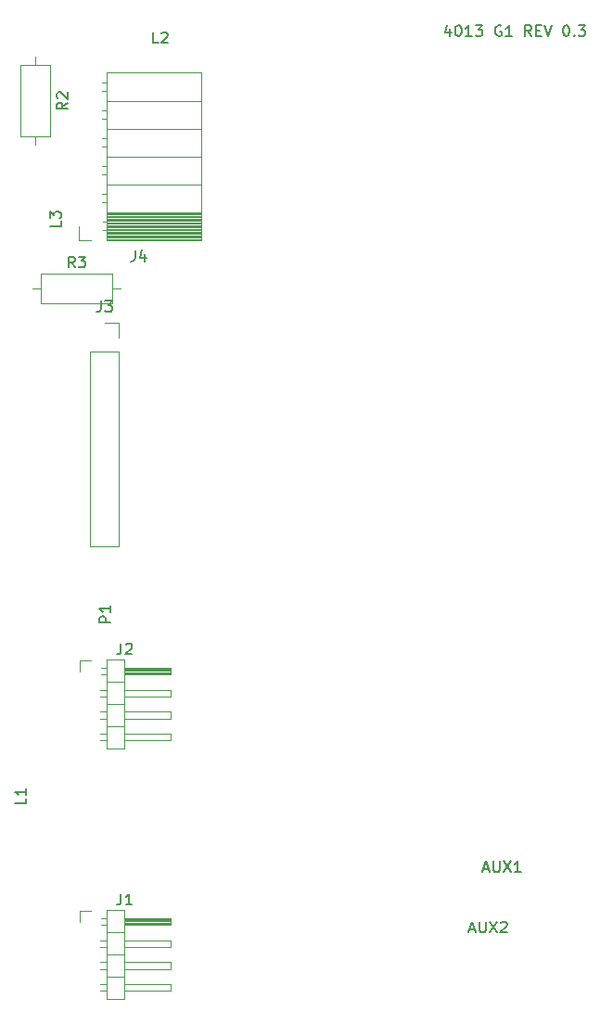
<source format=gbr>
%TF.GenerationSoftware,KiCad,Pcbnew,(5.1.10)-1*%
%TF.CreationDate,2021-11-04T12:05:46-05:00*%
%TF.ProjectId,SR Design1,53522044-6573-4696-976e-312e6b696361,rev?*%
%TF.SameCoordinates,Original*%
%TF.FileFunction,Legend,Top*%
%TF.FilePolarity,Positive*%
%FSLAX46Y46*%
G04 Gerber Fmt 4.6, Leading zero omitted, Abs format (unit mm)*
G04 Created by KiCad (PCBNEW (5.1.10)-1) date 2021-11-04 12:05:46*
%MOMM*%
%LPD*%
G01*
G04 APERTURE LIST*
%ADD10C,0.150000*%
%ADD11C,0.120000*%
G04 APERTURE END LIST*
D10*
X130596428Y-65825714D02*
X130596428Y-66492380D01*
X130358333Y-65444761D02*
X130120238Y-66159047D01*
X130739285Y-66159047D01*
X131310714Y-65492380D02*
X131405952Y-65492380D01*
X131501190Y-65540000D01*
X131548809Y-65587619D01*
X131596428Y-65682857D01*
X131644047Y-65873333D01*
X131644047Y-66111428D01*
X131596428Y-66301904D01*
X131548809Y-66397142D01*
X131501190Y-66444761D01*
X131405952Y-66492380D01*
X131310714Y-66492380D01*
X131215476Y-66444761D01*
X131167857Y-66397142D01*
X131120238Y-66301904D01*
X131072619Y-66111428D01*
X131072619Y-65873333D01*
X131120238Y-65682857D01*
X131167857Y-65587619D01*
X131215476Y-65540000D01*
X131310714Y-65492380D01*
X132596428Y-66492380D02*
X132025000Y-66492380D01*
X132310714Y-66492380D02*
X132310714Y-65492380D01*
X132215476Y-65635238D01*
X132120238Y-65730476D01*
X132025000Y-65778095D01*
X132929761Y-65492380D02*
X133548809Y-65492380D01*
X133215476Y-65873333D01*
X133358333Y-65873333D01*
X133453571Y-65920952D01*
X133501190Y-65968571D01*
X133548809Y-66063809D01*
X133548809Y-66301904D01*
X133501190Y-66397142D01*
X133453571Y-66444761D01*
X133358333Y-66492380D01*
X133072619Y-66492380D01*
X132977380Y-66444761D01*
X132929761Y-66397142D01*
X135263095Y-65540000D02*
X135167857Y-65492380D01*
X135025000Y-65492380D01*
X134882142Y-65540000D01*
X134786904Y-65635238D01*
X134739285Y-65730476D01*
X134691666Y-65920952D01*
X134691666Y-66063809D01*
X134739285Y-66254285D01*
X134786904Y-66349523D01*
X134882142Y-66444761D01*
X135025000Y-66492380D01*
X135120238Y-66492380D01*
X135263095Y-66444761D01*
X135310714Y-66397142D01*
X135310714Y-66063809D01*
X135120238Y-66063809D01*
X136263095Y-66492380D02*
X135691666Y-66492380D01*
X135977380Y-66492380D02*
X135977380Y-65492380D01*
X135882142Y-65635238D01*
X135786904Y-65730476D01*
X135691666Y-65778095D01*
X138025000Y-66492380D02*
X137691666Y-66016190D01*
X137453571Y-66492380D02*
X137453571Y-65492380D01*
X137834523Y-65492380D01*
X137929761Y-65540000D01*
X137977380Y-65587619D01*
X138025000Y-65682857D01*
X138025000Y-65825714D01*
X137977380Y-65920952D01*
X137929761Y-65968571D01*
X137834523Y-66016190D01*
X137453571Y-66016190D01*
X138453571Y-65968571D02*
X138786904Y-65968571D01*
X138929761Y-66492380D02*
X138453571Y-66492380D01*
X138453571Y-65492380D01*
X138929761Y-65492380D01*
X139215476Y-65492380D02*
X139548809Y-66492380D01*
X139882142Y-65492380D01*
X141167857Y-65492380D02*
X141263095Y-65492380D01*
X141358333Y-65540000D01*
X141405952Y-65587619D01*
X141453571Y-65682857D01*
X141501190Y-65873333D01*
X141501190Y-66111428D01*
X141453571Y-66301904D01*
X141405952Y-66397142D01*
X141358333Y-66444761D01*
X141263095Y-66492380D01*
X141167857Y-66492380D01*
X141072619Y-66444761D01*
X141025000Y-66397142D01*
X140977380Y-66301904D01*
X140929761Y-66111428D01*
X140929761Y-65873333D01*
X140977380Y-65682857D01*
X141025000Y-65587619D01*
X141072619Y-65540000D01*
X141167857Y-65492380D01*
X141929761Y-66397142D02*
X141977380Y-66444761D01*
X141929761Y-66492380D01*
X141882142Y-66444761D01*
X141929761Y-66397142D01*
X141929761Y-66492380D01*
X142310714Y-65492380D02*
X142929761Y-65492380D01*
X142596428Y-65873333D01*
X142739285Y-65873333D01*
X142834523Y-65920952D01*
X142882142Y-65968571D01*
X142929761Y-66063809D01*
X142929761Y-66301904D01*
X142882142Y-66397142D01*
X142834523Y-66444761D01*
X142739285Y-66492380D01*
X142453571Y-66492380D01*
X142358333Y-66444761D01*
X142310714Y-66397142D01*
D11*
%TO.C,R3*%
X100560000Y-89535000D02*
X99790000Y-89535000D01*
X92480000Y-89535000D02*
X93250000Y-89535000D01*
X99790000Y-88165000D02*
X93250000Y-88165000D01*
X99790000Y-90905000D02*
X99790000Y-88165000D01*
X93250000Y-90905000D02*
X99790000Y-90905000D01*
X93250000Y-88165000D02*
X93250000Y-90905000D01*
%TO.C,J2*%
X96790000Y-123460000D02*
X97790000Y-123460000D01*
X96790000Y-124460000D02*
X96790000Y-123460000D01*
X98672114Y-130770000D02*
X99230000Y-130770000D01*
X98672114Y-130150000D02*
X99230000Y-130150000D01*
X105050000Y-130770000D02*
X100850000Y-130770000D01*
X105050000Y-130150000D02*
X105050000Y-130770000D01*
X100850000Y-130150000D02*
X105050000Y-130150000D01*
X99230000Y-129460000D02*
X100850000Y-129460000D01*
X98672114Y-128770000D02*
X99230000Y-128770000D01*
X98672114Y-128150000D02*
X99230000Y-128150000D01*
X105050000Y-128770000D02*
X100850000Y-128770000D01*
X105050000Y-128150000D02*
X105050000Y-128770000D01*
X100850000Y-128150000D02*
X105050000Y-128150000D01*
X99230000Y-127460000D02*
X100850000Y-127460000D01*
X98672114Y-126770000D02*
X99230000Y-126770000D01*
X98672114Y-126150000D02*
X99230000Y-126150000D01*
X105050000Y-126770000D02*
X100850000Y-126770000D01*
X105050000Y-126150000D02*
X105050000Y-126770000D01*
X100850000Y-126150000D02*
X105050000Y-126150000D01*
X99230000Y-125460000D02*
X100850000Y-125460000D01*
X98725000Y-124770000D02*
X99230000Y-124770000D01*
X98725000Y-124150000D02*
X99230000Y-124150000D01*
X100850000Y-124690000D02*
X105050000Y-124690000D01*
X100850000Y-124570000D02*
X105050000Y-124570000D01*
X100850000Y-124450000D02*
X105050000Y-124450000D01*
X100850000Y-124330000D02*
X105050000Y-124330000D01*
X100850000Y-124210000D02*
X105050000Y-124210000D01*
X105050000Y-124770000D02*
X100850000Y-124770000D01*
X105050000Y-124150000D02*
X105050000Y-124770000D01*
X100850000Y-124150000D02*
X105050000Y-124150000D01*
X100850000Y-123400000D02*
X99230000Y-123400000D01*
X100850000Y-131520000D02*
X100850000Y-123400000D01*
X99230000Y-131520000D02*
X100850000Y-131520000D01*
X99230000Y-123400000D02*
X99230000Y-131520000D01*
%TO.C,J1*%
X96790000Y-146320000D02*
X97790000Y-146320000D01*
X96790000Y-147320000D02*
X96790000Y-146320000D01*
X98672114Y-153630000D02*
X99230000Y-153630000D01*
X98672114Y-153010000D02*
X99230000Y-153010000D01*
X105050000Y-153630000D02*
X100850000Y-153630000D01*
X105050000Y-153010000D02*
X105050000Y-153630000D01*
X100850000Y-153010000D02*
X105050000Y-153010000D01*
X99230000Y-152320000D02*
X100850000Y-152320000D01*
X98672114Y-151630000D02*
X99230000Y-151630000D01*
X98672114Y-151010000D02*
X99230000Y-151010000D01*
X105050000Y-151630000D02*
X100850000Y-151630000D01*
X105050000Y-151010000D02*
X105050000Y-151630000D01*
X100850000Y-151010000D02*
X105050000Y-151010000D01*
X99230000Y-150320000D02*
X100850000Y-150320000D01*
X98672114Y-149630000D02*
X99230000Y-149630000D01*
X98672114Y-149010000D02*
X99230000Y-149010000D01*
X105050000Y-149630000D02*
X100850000Y-149630000D01*
X105050000Y-149010000D02*
X105050000Y-149630000D01*
X100850000Y-149010000D02*
X105050000Y-149010000D01*
X99230000Y-148320000D02*
X100850000Y-148320000D01*
X98725000Y-147630000D02*
X99230000Y-147630000D01*
X98725000Y-147010000D02*
X99230000Y-147010000D01*
X100850000Y-147550000D02*
X105050000Y-147550000D01*
X100850000Y-147430000D02*
X105050000Y-147430000D01*
X100850000Y-147310000D02*
X105050000Y-147310000D01*
X100850000Y-147190000D02*
X105050000Y-147190000D01*
X100850000Y-147070000D02*
X105050000Y-147070000D01*
X105050000Y-147630000D02*
X100850000Y-147630000D01*
X105050000Y-147010000D02*
X105050000Y-147630000D01*
X100850000Y-147010000D02*
X105050000Y-147010000D01*
X100850000Y-146260000D02*
X99230000Y-146260000D01*
X100850000Y-154380000D02*
X100850000Y-146260000D01*
X99230000Y-154380000D02*
X100850000Y-154380000D01*
X99230000Y-146260000D02*
X99230000Y-154380000D01*
%TO.C,R2*%
X92710000Y-68350000D02*
X92710000Y-69120000D01*
X92710000Y-76430000D02*
X92710000Y-75660000D01*
X91340000Y-69120000D02*
X91340000Y-75660000D01*
X94080000Y-69120000D02*
X91340000Y-69120000D01*
X94080000Y-75660000D02*
X94080000Y-69120000D01*
X91340000Y-75660000D02*
X94080000Y-75660000D01*
%TO.C,J3*%
X99060000Y-92650000D02*
X100390000Y-92650000D01*
X100390000Y-92650000D02*
X100390000Y-93980000D01*
X100390000Y-95250000D02*
X100390000Y-113090000D01*
X97730000Y-113090000D02*
X100390000Y-113090000D01*
X97730000Y-95250000D02*
X97730000Y-113090000D01*
X97730000Y-95250000D02*
X100390000Y-95250000D01*
%TO.C,J4*%
X107880000Y-85030000D02*
X99250000Y-85030000D01*
X107880000Y-84911905D02*
X99250000Y-84911905D01*
X107880000Y-84793810D02*
X99250000Y-84793810D01*
X107880000Y-84675715D02*
X99250000Y-84675715D01*
X107880000Y-84557620D02*
X99250000Y-84557620D01*
X107880000Y-84439525D02*
X99250000Y-84439525D01*
X107880000Y-84321430D02*
X99250000Y-84321430D01*
X107880000Y-84203335D02*
X99250000Y-84203335D01*
X107880000Y-84085240D02*
X99250000Y-84085240D01*
X107880000Y-83967145D02*
X99250000Y-83967145D01*
X107880000Y-83849050D02*
X99250000Y-83849050D01*
X107880000Y-83730955D02*
X99250000Y-83730955D01*
X107880000Y-83612860D02*
X99250000Y-83612860D01*
X107880000Y-83494765D02*
X99250000Y-83494765D01*
X107880000Y-83376670D02*
X99250000Y-83376670D01*
X107880000Y-83258575D02*
X99250000Y-83258575D01*
X107880000Y-83140480D02*
X99250000Y-83140480D01*
X107880000Y-83022385D02*
X99250000Y-83022385D01*
X107880000Y-82904290D02*
X99250000Y-82904290D01*
X107880000Y-82786195D02*
X99250000Y-82786195D01*
X107880000Y-82668100D02*
X99250000Y-82668100D01*
X99250000Y-84180000D02*
X98900000Y-84180000D01*
X99250000Y-83460000D02*
X98900000Y-83460000D01*
X99250000Y-81640000D02*
X98840000Y-81640000D01*
X99250000Y-80920000D02*
X98840000Y-80920000D01*
X99250000Y-79100000D02*
X98840000Y-79100000D01*
X99250000Y-78380000D02*
X98840000Y-78380000D01*
X99250000Y-76560000D02*
X98840000Y-76560000D01*
X99250000Y-75840000D02*
X98840000Y-75840000D01*
X99250000Y-74020000D02*
X98840000Y-74020000D01*
X99250000Y-73300000D02*
X98840000Y-73300000D01*
X99250000Y-71480000D02*
X98840000Y-71480000D01*
X99250000Y-70760000D02*
X98840000Y-70760000D01*
X107880000Y-82550000D02*
X99250000Y-82550000D01*
X107880000Y-80010000D02*
X99250000Y-80010000D01*
X107880000Y-77470000D02*
X99250000Y-77470000D01*
X107880000Y-74930000D02*
X99250000Y-74930000D01*
X107880000Y-72390000D02*
X99250000Y-72390000D01*
X107880000Y-85150000D02*
X99250000Y-85150000D01*
X99250000Y-85150000D02*
X99250000Y-69790000D01*
X107880000Y-69790000D02*
X99250000Y-69790000D01*
X107880000Y-85150000D02*
X107880000Y-69790000D01*
X96680000Y-85150000D02*
X96680000Y-83820000D01*
X97790000Y-85150000D02*
X96680000Y-85150000D01*
%TO.C,P1*%
D10*
X99607380Y-120013095D02*
X98607380Y-120013095D01*
X98607380Y-119632142D01*
X98655000Y-119536904D01*
X98702619Y-119489285D01*
X98797857Y-119441666D01*
X98940714Y-119441666D01*
X99035952Y-119489285D01*
X99083571Y-119536904D01*
X99131190Y-119632142D01*
X99131190Y-120013095D01*
X99607380Y-118489285D02*
X99607380Y-119060714D01*
X99607380Y-118775000D02*
X98607380Y-118775000D01*
X98750238Y-118870238D01*
X98845476Y-118965476D01*
X98893095Y-119060714D01*
%TO.C,AUX2*%
X132375714Y-148026666D02*
X132851904Y-148026666D01*
X132280476Y-148312380D02*
X132613809Y-147312380D01*
X132947142Y-148312380D01*
X133280476Y-147312380D02*
X133280476Y-148121904D01*
X133328095Y-148217142D01*
X133375714Y-148264761D01*
X133470952Y-148312380D01*
X133661428Y-148312380D01*
X133756666Y-148264761D01*
X133804285Y-148217142D01*
X133851904Y-148121904D01*
X133851904Y-147312380D01*
X134232857Y-147312380D02*
X134899523Y-148312380D01*
X134899523Y-147312380D02*
X134232857Y-148312380D01*
X135232857Y-147407619D02*
X135280476Y-147360000D01*
X135375714Y-147312380D01*
X135613809Y-147312380D01*
X135709047Y-147360000D01*
X135756666Y-147407619D01*
X135804285Y-147502857D01*
X135804285Y-147598095D01*
X135756666Y-147740952D01*
X135185238Y-148312380D01*
X135804285Y-148312380D01*
%TO.C,L3*%
X95067380Y-83351666D02*
X95067380Y-83827857D01*
X94067380Y-83827857D01*
X94067380Y-83113571D02*
X94067380Y-82494523D01*
X94448333Y-82827857D01*
X94448333Y-82685000D01*
X94495952Y-82589761D01*
X94543571Y-82542142D01*
X94638809Y-82494523D01*
X94876904Y-82494523D01*
X94972142Y-82542142D01*
X95019761Y-82589761D01*
X95067380Y-82685000D01*
X95067380Y-82970714D01*
X95019761Y-83065952D01*
X94972142Y-83113571D01*
%TO.C,L2*%
X103973333Y-67127380D02*
X103497142Y-67127380D01*
X103497142Y-66127380D01*
X104259047Y-66222619D02*
X104306666Y-66175000D01*
X104401904Y-66127380D01*
X104640000Y-66127380D01*
X104735238Y-66175000D01*
X104782857Y-66222619D01*
X104830476Y-66317857D01*
X104830476Y-66413095D01*
X104782857Y-66555952D01*
X104211428Y-67127380D01*
X104830476Y-67127380D01*
%TO.C,L1*%
X91892380Y-136056666D02*
X91892380Y-136532857D01*
X90892380Y-136532857D01*
X91892380Y-135199523D02*
X91892380Y-135770952D01*
X91892380Y-135485238D02*
X90892380Y-135485238D01*
X91035238Y-135580476D01*
X91130476Y-135675714D01*
X91178095Y-135770952D01*
%TO.C,AUX1*%
X133645714Y-142501666D02*
X134121904Y-142501666D01*
X133550476Y-142787380D02*
X133883809Y-141787380D01*
X134217142Y-142787380D01*
X134550476Y-141787380D02*
X134550476Y-142596904D01*
X134598095Y-142692142D01*
X134645714Y-142739761D01*
X134740952Y-142787380D01*
X134931428Y-142787380D01*
X135026666Y-142739761D01*
X135074285Y-142692142D01*
X135121904Y-142596904D01*
X135121904Y-141787380D01*
X135502857Y-141787380D02*
X136169523Y-142787380D01*
X136169523Y-141787380D02*
X135502857Y-142787380D01*
X137074285Y-142787380D02*
X136502857Y-142787380D01*
X136788571Y-142787380D02*
X136788571Y-141787380D01*
X136693333Y-141930238D01*
X136598095Y-142025476D01*
X136502857Y-142073095D01*
%TO.C,R3*%
X96353333Y-87617380D02*
X96020000Y-87141190D01*
X95781904Y-87617380D02*
X95781904Y-86617380D01*
X96162857Y-86617380D01*
X96258095Y-86665000D01*
X96305714Y-86712619D01*
X96353333Y-86807857D01*
X96353333Y-86950714D01*
X96305714Y-87045952D01*
X96258095Y-87093571D01*
X96162857Y-87141190D01*
X95781904Y-87141190D01*
X96686666Y-86617380D02*
X97305714Y-86617380D01*
X96972380Y-86998333D01*
X97115238Y-86998333D01*
X97210476Y-87045952D01*
X97258095Y-87093571D01*
X97305714Y-87188809D01*
X97305714Y-87426904D01*
X97258095Y-87522142D01*
X97210476Y-87569761D01*
X97115238Y-87617380D01*
X96829523Y-87617380D01*
X96734285Y-87569761D01*
X96686666Y-87522142D01*
%TO.C,J2*%
X100556666Y-121912380D02*
X100556666Y-122626666D01*
X100509047Y-122769523D01*
X100413809Y-122864761D01*
X100270952Y-122912380D01*
X100175714Y-122912380D01*
X100985238Y-122007619D02*
X101032857Y-121960000D01*
X101128095Y-121912380D01*
X101366190Y-121912380D01*
X101461428Y-121960000D01*
X101509047Y-122007619D01*
X101556666Y-122102857D01*
X101556666Y-122198095D01*
X101509047Y-122340952D01*
X100937619Y-122912380D01*
X101556666Y-122912380D01*
%TO.C,J1*%
X100556666Y-144772380D02*
X100556666Y-145486666D01*
X100509047Y-145629523D01*
X100413809Y-145724761D01*
X100270952Y-145772380D01*
X100175714Y-145772380D01*
X101556666Y-145772380D02*
X100985238Y-145772380D01*
X101270952Y-145772380D02*
X101270952Y-144772380D01*
X101175714Y-144915238D01*
X101080476Y-145010476D01*
X100985238Y-145058095D01*
%TO.C,R2*%
X95702380Y-72556666D02*
X95226190Y-72890000D01*
X95702380Y-73128095D02*
X94702380Y-73128095D01*
X94702380Y-72747142D01*
X94750000Y-72651904D01*
X94797619Y-72604285D01*
X94892857Y-72556666D01*
X95035714Y-72556666D01*
X95130952Y-72604285D01*
X95178571Y-72651904D01*
X95226190Y-72747142D01*
X95226190Y-73128095D01*
X94797619Y-72175714D02*
X94750000Y-72128095D01*
X94702380Y-72032857D01*
X94702380Y-71794761D01*
X94750000Y-71699523D01*
X94797619Y-71651904D01*
X94892857Y-71604285D01*
X94988095Y-71604285D01*
X95130952Y-71651904D01*
X95702380Y-72223333D01*
X95702380Y-71604285D01*
%TO.C,J3*%
X98726666Y-90662380D02*
X98726666Y-91376666D01*
X98679047Y-91519523D01*
X98583809Y-91614761D01*
X98440952Y-91662380D01*
X98345714Y-91662380D01*
X99107619Y-90662380D02*
X99726666Y-90662380D01*
X99393333Y-91043333D01*
X99536190Y-91043333D01*
X99631428Y-91090952D01*
X99679047Y-91138571D01*
X99726666Y-91233809D01*
X99726666Y-91471904D01*
X99679047Y-91567142D01*
X99631428Y-91614761D01*
X99536190Y-91662380D01*
X99250476Y-91662380D01*
X99155238Y-91614761D01*
X99107619Y-91567142D01*
%TO.C,J4*%
X101836666Y-86042380D02*
X101836666Y-86756666D01*
X101789047Y-86899523D01*
X101693809Y-86994761D01*
X101550952Y-87042380D01*
X101455714Y-87042380D01*
X102741428Y-86375714D02*
X102741428Y-87042380D01*
X102503333Y-85994761D02*
X102265238Y-86709047D01*
X102884285Y-86709047D01*
%TD*%
M02*

</source>
